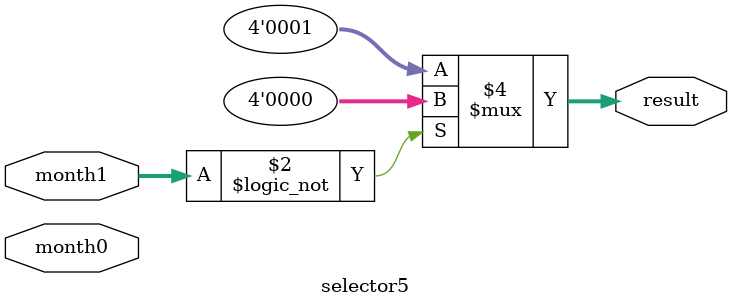
<source format=v>
`timescale 1ns / 1ps


module selector5(month1, month0, result);
    input [3:0] month1;
    input [3:0] month0;
    output [3:0] result;
    
    reg [3:0] result;
    
    always @* begin
        if(month1 == 4'd0)
            result = 4'd0;
        else
            result = 4'd1;
    end
endmodule

</source>
